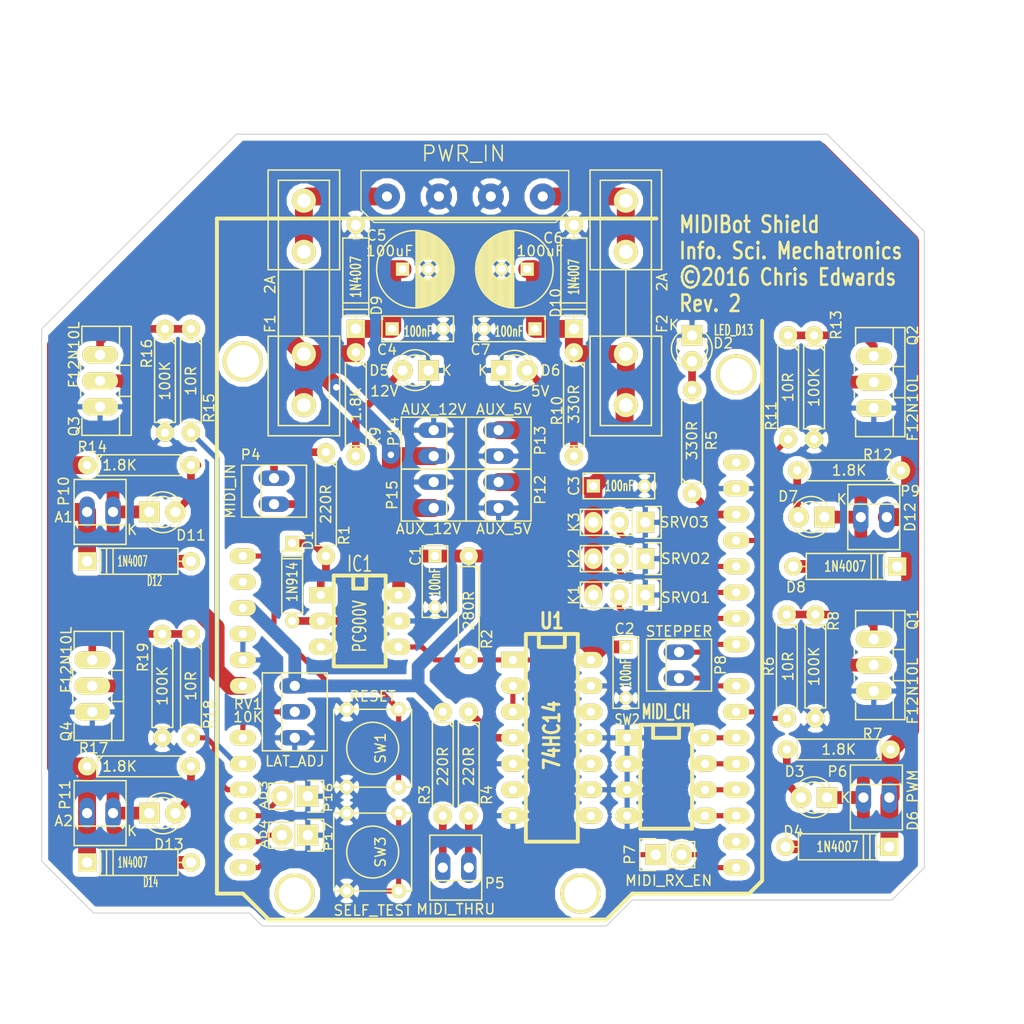
<source format=kicad_pcb>
(kicad_pcb (version 4) (host pcbnew 4.0.2-stable)
  (layers (0 F.Cu signal) (31 B.Cu signal hide) (34 B.Paste user) (35 F.Paste user) (36 B.SilkS user) (37 F.SilkS user) (38 B.Mask user) (39 F.Mask user) (44 Edge.Cuts user))
  (net 0 "")
  (net 1 /MIDI_CH_1x)
  (net 2 /MIDI_CH_2x)
  (net 3 /MIDI_CH_4x)
  (net 4 /MIDI_CH_8x)
  (net 5 /MIDI_IN_TTL)
  (net 6 /RESET)
  (net 7 GND)
  (net 8 +5V)
  (net 9 "Net-(Q1-Pad1)")
  (net 10 "Net-(D3-Pad2)")
  (net 11 "Net-(P1-Pad4)")
  (net 12 "Net-(P2-Pad4)")
  (net 13 "Net-(R4-Pad1)")
  (net 14 "Net-(P2-Pad5)")
  (net 15 /SELF_TEST)
  (net 16 /LATENCY_ADJ)
  (net 17 /STEPPER_DIR)
  (net 18 /STEPPER_STEP)
  (net 19 /SERVO_1)
  (net 20 /SERVO_2)
  (net 21 /SERVO_3)
  (net 22 "Net-(U1-Pad2)")
  (net 23 VCC)
  (net 24 "Net-(D3-Pad1)")
  (net 25 +12V)
  (net 26 /LED_BUILTIN)
  (net 27 "Net-(P7-Pad2)")
  (net 28 "Net-(D7-Pad1)")
  (net 29 "Net-(D7-Pad2)")
  (net 30 "Net-(Q2-Pad1)")
  (net 31 "Net-(F1-Pad2)")
  (net 32 "Net-(F2-Pad1)")
  (net 33 "Net-(D1-Pad1)")
  (net 34 "Net-(D1-Pad2)")
  (net 35 "Net-(D2-Pad2)")
  (net 36 "Net-(D5-Pad2)")
  (net 37 "Net-(D6-Pad2)")
  (net 38 "Net-(D11-Pad1)")
  (net 39 "Net-(D11-Pad2)")
  (net 40 "Net-(D13-Pad1)")
  (net 41 "Net-(D13-Pad2)")
  (net 42 "Net-(Q3-Pad1)")
  (net 43 "Net-(Q4-Pad1)")
  (net 44 /MOSFET_1_PWM)
  (net 45 /MOSFET_2)
  (net 46 /MOSFET_3)
  (net 47 /MOSFET_4)
  (net 48 /AD3)
  (net 49 /AD4)
  (module arduino_shields:ARDUINO_SHIELD (layer F.Cu) (at 71.12 81.28 270)
    (fp_text reference SHIELD1 hide)
    (fp_text value ARDUINO_SHIELD hide)
    (pad AD5 thru_hole oval (at 63.5 -2.54) (size 2.54 1.524) (drill 0.8128) (layers *.Cu *.Mask F.SilkS) (net 15 /SELF_TEST))
    (pad AD4 thru_hole oval (at 60.96 -2.54) (size 2.54 1.524) (drill 0.8128) (layers *.Cu *.Mask F.SilkS) (net 49 /AD4))
    (pad AD3 thru_hole oval (at 58.42 -2.54) (size 2.54 1.524) (drill 0.8128) (layers *.Cu *.Mask F.SilkS) (net 48 /AD3))
    (pad AD0 thru_hole oval (at 50.8 -2.54) (size 2.54 1.524) (drill 0.8128) (layers *.Cu *.Mask F.SilkS) (net 16 /LATENCY_ADJ))
    (pad AD1 thru_hole oval (at 53.34 -2.54) (size 2.54 1.524) (drill 0.8128) (layers *.Cu *.Mask F.SilkS) (net 46 /MOSFET_3))
    (pad AD2 thru_hole oval (at 55.88 -2.54) (size 2.54 1.524) (drill 0.8128) (layers *.Cu *.Mask F.SilkS) (net 47 /MOSFET_4))
    (pad V_IN thru_hole oval (at 45.72 -2.54) (size 2.54 1.524) (drill 0.8128) (layers *.Cu *.Mask F.SilkS) (net 25 +12V))
    (pad GND2 thru_hole oval (at 43.18 -2.54) (size 2.54 1.524) (drill 0.8128) (layers *.Cu *.Mask F.SilkS) (net 7 GND))
    (pad GND1 thru_hole oval (at 40.64 -2.54) (size 2.54 1.524) (drill 0.8128) (layers *.Cu *.Mask F.SilkS) (net 7 GND))
    (pad 3V3 thru_hole oval (at 35.56 -2.54) (size 2.54 1.524) (drill 0.8128) (layers *.Cu *.Mask F.SilkS))
    (pad RST thru_hole oval (at 33.02 -2.54) (size 2.54 1.524) (drill 0.8128) (layers *.Cu *.Mask F.SilkS) (net 6 /RESET))
    (pad 0 thru_hole oval (at 63.5 -50.8) (size 2.54 1.524) (drill 0.8128) (layers *.Cu *.Mask F.SilkS) (net 27 "Net-(P7-Pad2)"))
    (pad 1 thru_hole oval (at 60.96 -50.8) (size 2.54 1.524) (drill 0.8128) (layers *.Cu *.Mask F.SilkS))
    (pad 2 thru_hole oval (at 58.42 -50.8) (size 2.54 1.524) (drill 0.8128) (layers *.Cu *.Mask F.SilkS) (net 1 /MIDI_CH_1x))
    (pad 3 thru_hole oval (at 55.88 -50.8) (size 2.54 1.524) (drill 0.8128) (layers *.Cu *.Mask F.SilkS) (net 2 /MIDI_CH_2x))
    (pad 4 thru_hole oval (at 53.34 -50.8) (size 2.54 1.524) (drill 0.8128) (layers *.Cu *.Mask F.SilkS) (net 3 /MIDI_CH_4x))
    (pad 5 thru_hole oval (at 50.8 -50.8) (size 2.54 1.524) (drill 0.8128) (layers *.Cu *.Mask F.SilkS) (net 4 /MIDI_CH_8x))
    (pad 6 thru_hole oval (at 48.26 -50.8) (size 2.54 1.524) (drill 0.8128) (layers *.Cu *.Mask F.SilkS) (net 44 /MOSFET_1_PWM))
    (pad 7 thru_hole oval (at 45.72 -50.8) (size 2.54 1.524) (drill 0.8128) (layers *.Cu *.Mask F.SilkS) (net 17 /STEPPER_DIR))
    (pad 8 thru_hole oval (at 41.656 -50.8) (size 2.54 1.524) (drill 0.8128) (layers *.Cu *.Mask F.SilkS) (net 18 /STEPPER_STEP))
    (pad 9 thru_hole oval (at 39.116 -50.8) (size 2.54 1.524) (drill 0.8128) (layers *.Cu *.Mask F.SilkS) (net 19 /SERVO_1))
    (pad 10 thru_hole oval (at 36.576 -50.8) (size 2.54 1.524) (drill 0.8128) (layers *.Cu *.Mask F.SilkS) (net 20 /SERVO_2))
    (pad 11 thru_hole oval (at 34.036 -50.8) (size 2.54 1.524) (drill 0.8128) (layers *.Cu *.Mask F.SilkS) (net 21 /SERVO_3))
    (pad 12 thru_hole oval (at 31.496 -50.8) (size 2.54 1.524) (drill 0.8128) (layers *.Cu *.Mask F.SilkS) (net 45 /MOSFET_2))
    (pad 13 thru_hole oval (at 28.956 -50.8) (size 2.54 1.524) (drill 0.8128) (layers *.Cu *.Mask F.SilkS) (net 26 /LED_BUILTIN))
    (pad GND3 thru_hole oval (at 26.416 -50.8) (size 2.54 1.524) (drill 0.8128) (layers *.Cu *.Mask F.SilkS) (net 7 GND))
    (pad AREF thru_hole oval (at 23.876 -50.8) (size 2.54 1.524) (drill 0.8128) (layers *.Cu *.Mask F.SilkS))
    (pad 5V thru_hole oval (at 38.1 -2.54) (size 2.54 1.524) (drill 0.8128) (layers *.Cu *.Mask F.SilkS) (net 23 VCC))
    (pad "" thru_hole circle (at 66.04 -7.62) (size 3.937 3.937) (drill 3.175) (layers *.Cu *.Mask F.SilkS))
    (pad "" thru_hole circle (at 66.04 -35.56) (size 3.937 3.937) (drill 3.175) (layers *.Cu *.Mask F.SilkS))
    (pad "" thru_hole circle (at 15.24 -50.8) (size 3.937 3.937) (drill 3.175) (layers *.Cu *.Mask F.SilkS))
    (pad "" thru_hole circle (at 13.97 -2.54) (size 3.937 3.937) (drill 3.175) (layers *.Cu *.Mask F.SilkS))
  )
  (module Connect:PINHEAD1-3 (layer F.Cu) (at 78.74 129.54 90)
    (fp_text reference RV1 (at 0.762 -4.572 180) (layer F.SilkS))
    (fp_text value 10K (at -0.508 -4.572 180) (layer F.SilkS))
    (fp_text user LAT_ADJ (at -4.826 0 180) (layer F.SilkS))
    (pad 1 thru_hole oval (at -2.54 0 90) (size 1.50622 3.01498) (drill 0.99822) (layers *.Cu *.Mask) (net 7 GND))
    (pad 2 thru_hole oval (at 0 0 90) (size 1.50622 3.01498) (drill 0.99822) (layers *.Cu *.Mask) (net 16 /LATENCY_ADJ))
    (pad 3 thru_hole oval (at 2.54 0 90) (size 1.50622 3.01498) (drill 0.99822) (layers *.Cu *.Mask) (net 23 VCC))
  )
  (module xess:xess-MOLEX-8981-04P (layer F.Cu) (at 95.377 79.121)
    (fp_text reference P3 hide)
    (fp_text value PWR_IN (at -0.127 -4.191 180) (layer F.SilkS))
    (pad 1 thru_hole circle (at -7.62 0) (size 2.54 5.08) (drill 0.9906) (layers *.Cu *.Mask) (net 31 "Net-(F1-Pad2)"))
    (pad 2 thru_hole circle (at -2.54 0) (size 2.54 5.08) (drill 0.9906) (layers *.Cu *.Mask) (net 7 GND))
    (pad 3 thru_hole circle (at 2.54 0) (size 2.54 5.08) (drill 0.9906) (layers *.Cu *.Mask) (net 7 GND))
    (pad 4 thru_hole circle (at 7.62 0) (size 2.54 5.08) (drill 0.9906) (layers *.Cu *.Mask) (net 32 "Net-(F2-Pad1)"))
  )
  (module Capacitors_ThroughHole:C_Rect_L7_W2.5_P5 (layer F.Cu) (at 92.456 114.3 270)
    (fp_text reference C1 (at 0 1.905 270) (layer F.SilkS))
    (fp_text value 100nF (at 2.54 0 270) (layer F.SilkS) (effects (font (size 1 0.6))))
    (pad 1 thru_hole rect (at 0 0 270) (size 1.3 1.3) (drill 0.8) (layers *.Cu *.Mask F.SilkS) (net 23 VCC))
    (pad 2 thru_hole circle (at 5 0 270) (size 1.3 1.3) (drill 0.8) (layers *.Cu *.Mask F.SilkS) (net 7 GND))
  )
  (module Capacitors_ThroughHole:C_Rect_L7_W2.5_P5 (layer F.Cu) (at 111.125 123.19 270)
    (fp_text reference C2 (at -1.778 0.127 360) (layer F.SilkS))
    (fp_text value 100nF (at 2.54 0 270) (layer F.SilkS) (effects (font (size 1 0.6))))
    (pad 1 thru_hole rect (at 0 0 270) (size 1.3 1.3) (drill 0.8) (layers *.Cu *.Mask F.SilkS) (net 23 VCC))
    (pad 2 thru_hole circle (at 5 0 270) (size 1.3 1.3) (drill 0.8) (layers *.Cu *.Mask F.SilkS) (net 7 GND))
  )
  (module Capacitors_ThroughHole:C_Rect_L7_W2.5_P5 (layer F.Cu) (at 107.95 107.442)
    (fp_text reference C3 (at -1.905 0 90) (layer F.SilkS))
    (fp_text value 100nF (at 2.54 0) (layer F.SilkS) (effects (font (size 1 0.6))))
    (pad 1 thru_hole rect (at 0 0) (size 1.3 1.3) (drill 0.8) (layers *.Cu *.Mask F.SilkS) (net 8 +5V))
    (pad 2 thru_hole circle (at 5 0) (size 1.3 1.3) (drill 0.8) (layers *.Cu *.Mask F.SilkS) (net 7 GND))
  )
  (module Capacitors_ThroughHole:C_Rect_L7_W2.5_P5 (layer F.Cu) (at 88.265 92.075)
    (fp_text reference C4 (at -0.508 2.032) (layer F.SilkS))
    (fp_text value 100nF (at 2.54 0.254) (layer F.SilkS) (effects (font (size 1 0.6))))
    (pad 1 thru_hole rect (at 0 0) (size 1.3 1.3) (drill 0.8) (layers *.Cu *.Mask F.SilkS) (net 25 +12V))
    (pad 2 thru_hole circle (at 5 0) (size 1.3 1.3) (drill 0.8) (layers *.Cu *.Mask F.SilkS) (net 7 GND))
  )
  (module Capacitors_ThroughHole:C_Radial_D7.5_L11.2_P2.5 (layer F.Cu) (at 89.281 86.233)
    (fp_text reference C5 (at -2.54 -3.302) (layer F.SilkS))
    (fp_text value 100uF (at -1.27 -1.778) (layer F.SilkS))
    (pad 2 thru_hole circle (at 2.5 0) (size 1.3 1.3) (drill 0.8) (layers *.Cu *.Mask F.SilkS) (net 7 GND))
    (pad 1 thru_hole rect (at 0 0) (size 1.3 1.3) (drill 0.8) (layers *.Cu *.Mask F.SilkS) (net 25 +12V))
  )
  (module Capacitors_ThroughHole:C_Radial_D7.5_L11.2_P2.5 (layer F.Cu) (at 101.473 86.233 180)
    (fp_text reference C6 (at -2.54 3.048 180) (layer F.SilkS))
    (fp_text value 100uF (at -1.27 1.778 180) (layer F.SilkS))
    (pad 2 thru_hole circle (at 2.5 0 180) (size 1.3 1.3) (drill 0.8) (layers *.Cu *.Mask F.SilkS) (net 7 GND))
    (pad 1 thru_hole rect (at 0 0 180) (size 1.3 1.3) (drill 0.8) (layers *.Cu *.Mask F.SilkS) (net 8 +5V))
  )
  (module Capacitors_ThroughHole:C_Rect_L7_W2.5_P5 (layer F.Cu) (at 102.235 92.075 180)
    (fp_text reference C7 (at 5.334 -2.032 180) (layer F.SilkS))
    (fp_text value 100nF (at 2.54 -0.254 180) (layer F.SilkS) (effects (font (size 1 0.6))))
    (pad 1 thru_hole rect (at 0 0 180) (size 1.3 1.3) (drill 0.8) (layers *.Cu *.Mask F.SilkS) (net 8 +5V))
    (pad 2 thru_hole circle (at 5 0 180) (size 1.3 1.3) (drill 0.8) (layers *.Cu *.Mask F.SilkS) (net 7 GND))
  )
  (module LEDs:LED-3MM (layer F.Cu) (at 117.602 92.71 270)
    (fp_text reference D2 (at 0.762 -3.048 360) (layer F.SilkS))
    (fp_text value LED_D13 (at -0.508 -4.064 360) (layer F.SilkS) (effects (font (size 1 0.6))))
    (fp_text user K (at -1.016 1.778 360) (layer F.SilkS))
    (pad 1 thru_hole rect (at 0 0) (size 2 2) (drill 1.00076) (layers *.Cu *.Mask F.SilkS) (net 7 GND))
    (pad 2 thru_hole circle (at 2.54 0 270) (size 2 2) (drill 1.00076) (layers *.Cu *.Mask F.SilkS) (net 35 "Net-(D2-Pad2)"))
  )
  (module LEDs:LED-3MM (layer F.Cu) (at 130.81 137.922 180)
    (fp_text reference D3 (at 3.175 2.54 180) (layer F.SilkS))
    (fp_text value LED)
    (fp_text user K (at -1.778 0 180) (layer F.SilkS))
    (pad 1 thru_hole rect (at 0 0 270) (size 2 2) (drill 1.00076) (layers *.Cu *.Mask F.SilkS) (net 24 "Net-(D3-Pad1)"))
    (pad 2 thru_hole circle (at 2.54 0 180) (size 2 2) (drill 1.00076) (layers *.Cu *.Mask F.SilkS) (net 10 "Net-(D3-Pad2)"))
  )
  (module LEDs:LED-3MM (layer F.Cu) (at 91.821 96.139 180)
    (fp_text reference D5 (at 4.826 0 180) (layer F.SilkS))
    (fp_text value 12V (at 4.318 -2.032 180) (layer F.SilkS))
    (fp_text user K (at -1.778 0 180) (layer F.SilkS))
    (pad 1 thru_hole rect (at 0 0 270) (size 2 2) (drill 1.00076) (layers *.Cu *.Mask F.SilkS) (net 7 GND))
    (pad 2 thru_hole circle (at 2.54 0 180) (size 2 2) (drill 1.00076) (layers *.Cu *.Mask F.SilkS) (net 36 "Net-(D5-Pad2)"))
  )
  (module LEDs:LED-3MM (layer F.Cu) (at 98.933 96.139)
    (fp_text reference D6 (at 4.826 0) (layer F.SilkS))
    (fp_text value 5V (at 3.81 2.032) (layer F.SilkS))
    (fp_text user K (at -1.778 0) (layer F.SilkS))
    (pad 1 thru_hole rect (at 0 0 90) (size 2 2) (drill 1.00076) (layers *.Cu *.Mask F.SilkS) (net 7 GND))
    (pad 2 thru_hole circle (at 2.54 0) (size 2 2) (drill 1.00076) (layers *.Cu *.Mask F.SilkS) (net 37 "Net-(D6-Pad2)"))
  )
  (module LEDs:LED-3MM (layer F.Cu) (at 130.556 110.49 180)
    (fp_text reference D7 (at 3.556 2.032 360) (layer F.SilkS))
    (fp_text value LED)
    (fp_text user K (at -1.69 1.74 180) (layer F.SilkS))
    (pad 1 thru_hole rect (at 0 0 270) (size 2 2) (drill 1.00076) (layers *.Cu *.Mask F.SilkS) (net 28 "Net-(D7-Pad1)"))
    (pad 2 thru_hole circle (at 2.54 0 180) (size 2 2) (drill 1.00076) (layers *.Cu *.Mask F.SilkS) (net 29 "Net-(D7-Pad2)"))
  )
  (module Fuse_Holders_and_Fuses:Fuseholder5x20_horiz_open_inline_Type-I (layer F.Cu) (at 79.629 89.535 90)
    (fp_text reference F1 (at -2.032 -3.302 90) (layer F.SilkS))
    (fp_text value 2A (at 1.778 -3.302 90) (layer F.SilkS))
    (pad 2 thru_hole circle (at 5.00126 0 90) (size 2.3495 2.3495) (drill 1.34874) (layers *.Cu *.Mask F.SilkS) (net 31 "Net-(F1-Pad2)"))
    (pad 2 thru_hole circle (at 9.99998 0 90) (size 2.3495 2.3495) (drill 1.34874) (layers *.Cu *.Mask F.SilkS) (net 31 "Net-(F1-Pad2)"))
    (pad 1 thru_hole circle (at -5.00126 0 90) (size 2.3495 2.3495) (drill 1.34874) (layers *.Cu *.Mask F.SilkS) (net 25 +12V))
    (pad 1 thru_hole circle (at -9.99998 0 90) (size 2.3495 2.3495) (drill 1.34874) (layers *.Cu *.Mask F.SilkS) (net 25 +12V))
  )
  (module Fuse_Holders_and_Fuses:Fuseholder5x20_horiz_open_inline_Type-I (layer F.Cu) (at 111.125 89.535 270)
    (fp_text reference F2 (at 2.032 -3.556 270) (layer F.SilkS))
    (fp_text value 2A (at -2.032 -3.556 270) (layer F.SilkS))
    (pad 2 thru_hole circle (at 5.00126 0 270) (size 2.3495 2.3495) (drill 1.34874) (layers *.Cu *.Mask F.SilkS) (net 8 +5V))
    (pad 2 thru_hole circle (at 9.99998 0 270) (size 2.3495 2.3495) (drill 1.34874) (layers *.Cu *.Mask F.SilkS) (net 8 +5V))
    (pad 1 thru_hole circle (at -5.00126 0 270) (size 2.3495 2.3495) (drill 1.34874) (layers *.Cu *.Mask F.SilkS) (net 32 "Net-(F2-Pad1)"))
    (pad 1 thru_hole circle (at -9.99998 0 270) (size 2.3495 2.3495) (drill 1.34874) (layers *.Cu *.Mask F.SilkS) (net 32 "Net-(F2-Pad1)"))
  )
  (module Pin_Headers:Pin_Header_Straight_1x03 (layer F.Cu) (at 113.03 118.11 270)
    (fp_text reference K1 (at 0 6.985 270) (layer F.SilkS))
    (fp_text value SRVO1 (at 0.254 -3.937 360) (layer F.SilkS))
    (pad 1 thru_hole rect (at 0 0 270) (size 2.032 1.7272) (drill 1.016) (layers *.Cu *.Mask F.SilkS) (net 7 GND))
    (pad 2 thru_hole oval (at 0 2.54 270) (size 2.032 1.7272) (drill 1.016) (layers *.Cu *.Mask F.SilkS) (net 19 /SERVO_1))
    (pad 3 thru_hole oval (at 0 5.08 270) (size 2.032 1.7272) (drill 1.016) (layers *.Cu *.Mask F.SilkS) (net 8 +5V))
  )
  (module Pin_Headers:Pin_Header_Straight_1x03 (layer F.Cu) (at 113.03 114.554 270)
    (fp_text reference K2 (at 0 6.985 270) (layer F.SilkS))
    (fp_text value SRVO2 (at 0 -3.937 360) (layer F.SilkS))
    (pad 1 thru_hole rect (at 0 0 270) (size 2.032 1.7272) (drill 1.016) (layers *.Cu *.Mask F.SilkS) (net 7 GND))
    (pad 2 thru_hole oval (at 0 2.54 270) (size 2.032 1.7272) (drill 1.016) (layers *.Cu *.Mask F.SilkS) (net 20 /SERVO_2))
    (pad 3 thru_hole oval (at 0 5.08 270) (size 2.032 1.7272) (drill 1.016) (layers *.Cu *.Mask F.SilkS) (net 8 +5V))
  )
  (module Pin_Headers:Pin_Header_Straight_1x03 (layer F.Cu) (at 113.03 110.998 270)
    (fp_text reference K3 (at 0 6.985 270) (layer F.SilkS))
    (fp_text value SRVO3 (at 0 -3.81 360) (layer F.SilkS))
    (pad 1 thru_hole rect (at 0 0 270) (size 2.032 1.7272) (drill 1.016) (layers *.Cu *.Mask F.SilkS) (net 7 GND))
    (pad 2 thru_hole oval (at 0 2.54 270) (size 2.032 1.7272) (drill 1.016) (layers *.Cu *.Mask F.SilkS) (net 21 /SERVO_3))
    (pad 3 thru_hole oval (at 0 5.08 270) (size 2.032 1.7272) (drill 1.016) (layers *.Cu *.Mask F.SilkS) (net 8 +5V))
  )
  (module Connect:PINHEAD1-2 (layer F.Cu) (at 76.708 107.95 90)
    (fp_text reference P4 (at 3.556 -2.286 180) (layer F.SilkS))
    (fp_text value MIDI_IN (at 0 -4.318 90) (layer F.SilkS))
    (pad 1 thru_hole oval (at -1.27 0 90) (size 1.50622 3.01498) (drill 0.99822) (layers *.Cu *.Mask) (net 34 "Net-(D1-Pad2)"))
    (pad 2 thru_hole oval (at 1.27 0 90) (size 1.50622 3.01498) (drill 0.99822) (layers *.Cu *.Mask) (net 11 "Net-(P1-Pad4)"))
  )
  (module Connect:PINHEAD1-2 (layer F.Cu) (at 94.488 144.78 180)
    (fp_text reference P5 (at -3.81 -1.524 180) (layer F.SilkS))
    (fp_text value MIDI_THRU (at 0 -4.064 180) (layer F.SilkS))
    (pad 1 thru_hole oval (at -1.27 0 180) (size 1.50622 3.01498) (drill 0.99822) (layers *.Cu *.Mask) (net 14 "Net-(P2-Pad5)"))
    (pad 2 thru_hole oval (at 1.27 0 180) (size 1.50622 3.01498) (drill 0.99822) (layers *.Cu *.Mask) (net 12 "Net-(P2-Pad4)"))
  )
  (module Connect:PINHEAD1-2 (layer F.Cu) (at 135.636 137.922)
    (fp_text reference P6 (at -3.81 -2.54) (layer F.SilkS))
    (fp_text value D6_PWM (at 3.556 0.254 270) (layer F.SilkS))
    (pad 1 thru_hole oval (at -1.27 0) (size 1.50622 3.01498) (drill 0.99822) (layers *.Cu *.Mask) (net 24 "Net-(D3-Pad1)"))
    (pad 2 thru_hole oval (at 1.27 0) (size 1.50622 3.01498) (drill 0.99822) (layers *.Cu *.Mask) (net 25 +12V))
  )
  (module Pin_Headers:Pin_Header_Straight_1x02 (layer F.Cu) (at 114.046 143.51 90)
    (fp_text reference P7 (at 0 -2.54 90) (layer F.SilkS))
    (fp_text value MIDI_RX_EN (at -2.54 1.27 180) (layer F.SilkS))
    (pad 1 thru_hole rect (at 0 0 90) (size 2.032 2.032) (drill 1.016) (layers *.Cu *.Mask F.SilkS) (net 5 /MIDI_IN_TTL))
    (pad 2 thru_hole oval (at 0 2.54 90) (size 2.032 2.032) (drill 1.016) (layers *.Cu *.Mask F.SilkS) (net 27 "Net-(P7-Pad2)"))
  )
  (module Connect:PINHEAD1-2 (layer F.Cu) (at 116.332 124.968 90)
    (fp_text reference P8 (at 0 4.064 270) (layer F.SilkS))
    (fp_text value STEPPER (at 3.302 0 180) (layer F.SilkS))
    (pad 1 thru_hole oval (at -1.27 0 90) (size 1.50622 3.01498) (drill 0.99822) (layers *.Cu *.Mask) (net 17 /STEPPER_DIR))
    (pad 2 thru_hole oval (at 1.27 0 90) (size 1.50622 3.01498) (drill 0.99822) (layers *.Cu *.Mask) (net 18 /STEPPER_STEP))
  )
  (module Connect:PINHEAD1-2 (layer F.Cu) (at 135.382 110.49)
    (fp_text reference P9 (at 3.556 -2.54) (layer F.SilkS))
    (fp_text value D12 (at 3.556 0 270) (layer F.SilkS))
    (pad 1 thru_hole oval (at -1.27 0) (size 1.50622 3.01498) (drill 0.99822) (layers *.Cu *.Mask) (net 28 "Net-(D7-Pad1)"))
    (pad 2 thru_hole oval (at 1.27 0) (size 1.50622 3.01498) (drill 0.99822) (layers *.Cu *.Mask) (net 25 +12V))
  )
  (module TO_SOT_Packages_THT:TO-220_Neutral123_Vertical_LargePads (layer F.Cu) (at 135.382 124.968 270)
    (fp_text reference Q1 (at -4.445 -3.81 270) (layer F.SilkS))
    (fp_text value F12N10L (at 2.54 -3.81 270) (layer F.SilkS))
    (pad 2 thru_hole oval (at 0 0) (size 3.50012 1.69926) (drill 1.00076) (layers *.Cu *.Mask F.SilkS) (net 24 "Net-(D3-Pad1)"))
    (pad 1 thru_hole oval (at -2.54 0) (size 3.50012 1.69926) (drill 1.00076) (layers *.Cu *.Mask F.SilkS) (net 9 "Net-(Q1-Pad1)"))
    (pad 3 thru_hole oval (at 2.54 0) (size 3.50012 1.69926) (drill 1.00076) (layers *.Cu *.Mask F.SilkS) (net 7 GND))
  )
  (module TO_SOT_Packages_THT:TO-220_Neutral123_Vertical_LargePads (layer F.Cu) (at 135.382 97.282 270)
    (fp_text reference Q2 (at -4.572 -3.81 270) (layer F.SilkS))
    (fp_text value F12N10L (at 2.54 -3.81 270) (layer F.SilkS))
    (pad 2 thru_hole oval (at 0 0) (size 3.50012 1.69926) (drill 1.00076) (layers *.Cu *.Mask F.SilkS) (net 28 "Net-(D7-Pad1)"))
    (pad 1 thru_hole oval (at -2.54 0) (size 3.50012 1.69926) (drill 1.00076) (layers *.Cu *.Mask F.SilkS) (net 30 "Net-(Q2-Pad1)"))
    (pad 3 thru_hole oval (at 2.54 0) (size 3.50012 1.69926) (drill 1.00076) (layers *.Cu *.Mask F.SilkS) (net 7 GND))
  )
  (module Buttons_Switches_ThroughHole:SW_PUSH_SMALL (layer F.Cu) (at 86.36 133.096 270)
    (fp_text reference SW1 (at 0 -0.762 270) (layer F.SilkS))
    (fp_text value RESET (at -5.08 0 360) (layer F.SilkS))
    (pad 1 thru_hole circle (at 3.81 -2.54 270) (size 1.397 1.397) (drill 0.8128) (layers *.Cu *.Mask F.SilkS) (net 6 /RESET))
    (pad 2 thru_hole circle (at 3.81 2.54 270) (size 1.397 1.397) (drill 0.8128) (layers *.Cu *.Mask F.SilkS) (net 7 GND))
    (pad 1 thru_hole circle (at -3.81 -2.54 270) (size 1.397 1.397) (drill 0.8128) (layers *.Cu *.Mask F.SilkS) (net 6 /RESET))
    (pad 2 thru_hole circle (at -3.81 2.54 270) (size 1.397 1.397) (drill 0.8128) (layers *.Cu *.Mask F.SilkS) (net 7 GND))
  )
  (module Buttons_Switches_ThroughHole:SW_PUSH_SMALL (layer F.Cu) (at 86.36 143.256 270)
    (fp_text reference SW3 (at 0 -0.762 270) (layer F.SilkS))
    (fp_text value SELF_TEST (at 5.715 0 360) (layer F.SilkS))
    (pad 1 thru_hole circle (at 3.81 -2.54 270) (size 1.397 1.397) (drill 0.8128) (layers *.Cu *.Mask F.SilkS) (net 15 /SELF_TEST))
    (pad 2 thru_hole circle (at 3.81 2.54 270) (size 1.397 1.397) (drill 0.8128) (layers *.Cu *.Mask F.SilkS) (net 7 GND))
    (pad 1 thru_hole circle (at -3.81 -2.54 270) (size 1.397 1.397) (drill 0.8128) (layers *.Cu *.Mask F.SilkS) (net 15 /SELF_TEST))
    (pad 2 thru_hole circle (at -3.81 2.54 270) (size 1.397 1.397) (drill 0.8128) (layers *.Cu *.Mask F.SilkS) (net 7 GND))
  )
  (module Discret:D3 (layer F.Cu) (at 78.486 116.84 90)
    (fp_text reference D1 (at 4.064 1.524 90) (layer F.SilkS))
    (fp_text value 1N914 (at 0 0 90) (layer F.SilkS) (effects (font (size 1 0.8))))
    (pad 1 thru_hole rect (at 3.81 0 90) (size 1.397 1.397) (drill 0.8128) (layers *.Cu *.Mask F.SilkS) (net 33 "Net-(D1-Pad1)"))
    (pad 2 thru_hole circle (at -3.81 0 90) (size 1.397 1.397) (drill 0.8128) (layers *.Cu *.Mask F.SilkS) (net 34 "Net-(D1-Pad2)"))
  )
  (module Discret:D4 (layer F.Cu) (at 131.826 142.748)
    (fp_text reference D4 (at -4.318 -1.524) (layer F.SilkS))
    (fp_text value 1N4007 (at 0 0) (layer F.SilkS) (effects (font (size 1 0.7))))
    (pad 2 thru_hole circle (at -5.08 0) (size 1.778 1.778) (drill 1.016) (layers *.Cu *.Mask F.SilkS) (net 24 "Net-(D3-Pad1)"))
    (pad 1 thru_hole rect (at 5.08 0) (size 1.778 1.778) (drill 1.016) (layers *.Cu *.Mask F.SilkS) (net 25 +12V))
  )
  (module Discret:D4 (layer F.Cu) (at 132.588 115.316)
    (fp_text reference D8 (at -4.826 2.032) (layer F.SilkS))
    (fp_text value 1N4007 (at 0 0) (layer F.SilkS) (effects (font (size 1 0.7))))
    (pad 2 thru_hole circle (at -5.08 0) (size 1.778 1.778) (drill 1.016) (layers *.Cu *.Mask F.SilkS) (net 28 "Net-(D7-Pad1)"))
    (pad 1 thru_hole rect (at 5.08 0) (size 1.778 1.778) (drill 1.016) (layers *.Cu *.Mask F.SilkS) (net 25 +12V))
  )
  (module Discret:D4 (layer F.Cu) (at 84.709 86.995 270)
    (fp_text reference D9 (at 2.794 -2.032 450) (layer F.SilkS))
    (fp_text value 1N4007 (at 0 0 270) (layer F.SilkS) (effects (font (size 1 0.7))))
    (pad 2 thru_hole circle (at -5.08 0 270) (size 1.778 1.778) (drill 1.016) (layers *.Cu *.Mask F.SilkS) (net 7 GND))
    (pad 1 thru_hole rect (at 5.08 0 270) (size 1.778 1.778) (drill 1.016) (layers *.Cu *.Mask F.SilkS) (net 25 +12V))
  )
  (module Discret:D4 (layer F.Cu) (at 106.045 86.995 270)
    (fp_text reference D10 (at 2.54 1.778 270) (layer F.SilkS))
    (fp_text value 1N4007 (at 0 0 270) (layer F.SilkS) (effects (font (size 1 0.6))))
    (pad 2 thru_hole circle (at -5.08 0 270) (size 1.778 1.778) (drill 1.016) (layers *.Cu *.Mask F.SilkS) (net 7 GND))
    (pad 1 thru_hole rect (at 5.08 0 270) (size 1.778 1.778) (drill 1.016) (layers *.Cu *.Mask F.SilkS) (net 8 +5V))
  )
  (module LEDs:LED-3MM (layer F.Cu) (at 64.516 109.982)
    (fp_text reference D11 (at 4.064 2.286) (layer F.SilkS))
    (fp_text value LED)
    (fp_text user K (at -1.69 1.74) (layer F.SilkS))
    (pad 1 thru_hole rect (at 0 0 90) (size 2 2) (drill 1.00076) (layers *.Cu *.Mask F.SilkS) (net 38 "Net-(D11-Pad1)"))
    (pad 2 thru_hole circle (at 2.54 0) (size 2 2) (drill 1.00076) (layers *.Cu *.Mask F.SilkS) (net 39 "Net-(D11-Pad2)"))
  )
  (module Discret:D4 (layer F.Cu) (at 63.5 114.808 180)
    (fp_text reference D12 (at -1.524 -1.905 180) (layer F.SilkS) (effects (font (size 1 0.5) (thickness 0.125))))
    (fp_text value 1N4007 (at 0.635 0 180) (layer F.SilkS) (effects (font (size 1 0.5) (thickness 0.125))))
    (pad 2 thru_hole circle (at -5.08 0 180) (size 1.778 1.778) (drill 1.016) (layers *.Cu *.Mask F.SilkS) (net 38 "Net-(D11-Pad1)"))
    (pad 1 thru_hole rect (at 5.08 0 180) (size 1.778 1.778) (drill 1.016) (layers *.Cu *.Mask F.SilkS) (net 25 +12V))
  )
  (module LEDs:LED-3MM (layer F.Cu) (at 64.516 139.446)
    (fp_text reference D13 (at 1.91 3.06) (layer F.SilkS))
    (fp_text value LED)
    (fp_text user K (at -1.69 1.74) (layer F.SilkS))
    (pad 1 thru_hole rect (at 0 0 90) (size 2 2) (drill 1.00076) (layers *.Cu *.Mask F.SilkS) (net 40 "Net-(D13-Pad1)"))
    (pad 2 thru_hole circle (at 2.54 0) (size 2 2) (drill 1.00076) (layers *.Cu *.Mask F.SilkS) (net 41 "Net-(D13-Pad2)"))
  )
  (module Discret:D4 (layer F.Cu) (at 63.5 144.272 180)
    (fp_text reference D14 (at -1.143 -1.905 180) (layer F.SilkS) (effects (font (size 1 0.5) (thickness 0.125))))
    (fp_text value 1N4007 (at 0.635 0 180) (layer F.SilkS) (effects (font (size 1 0.5) (thickness 0.125))))
    (pad 2 thru_hole circle (at -5.08 0 180) (size 1.778 1.778) (drill 1.016) (layers *.Cu *.Mask F.SilkS) (net 40 "Net-(D13-Pad1)"))
    (pad 1 thru_hole rect (at 5.08 0 180) (size 1.778 1.778) (drill 1.016) (layers *.Cu *.Mask F.SilkS) (net 25 +12V))
  )
  (module Connect:PINHEAD1-2 (layer F.Cu) (at 59.69 109.982 180)
    (fp_text reference P10 (at 3.556 2.032 270) (layer F.SilkS))
    (fp_text value A1 (at 3.556 -0.508 180) (layer F.SilkS))
    (pad 1 thru_hole oval (at -1.27 0 180) (size 1.50622 3.01498) (drill 0.99822) (layers *.Cu *.Mask) (net 38 "Net-(D11-Pad1)"))
    (pad 2 thru_hole oval (at 1.27 0 180) (size 1.50622 3.01498) (drill 0.99822) (layers *.Cu *.Mask) (net 25 +12V))
  )
  (module Connect:PINHEAD1-2 (layer F.Cu) (at 59.69 139.446 180)
    (fp_text reference P11 (at 3.429 1.778 270) (layer F.SilkS))
    (fp_text value A2 (at 3.556 -0.762 180) (layer F.SilkS))
    (pad 1 thru_hole oval (at -1.27 0 180) (size 1.50622 3.01498) (drill 0.99822) (layers *.Cu *.Mask) (net 40 "Net-(D13-Pad1)"))
    (pad 2 thru_hole oval (at 1.27 0 180) (size 1.50622 3.01498) (drill 0.99822) (layers *.Cu *.Mask) (net 25 +12V))
  )
  (module Connect:PINHEAD1-2 (layer F.Cu) (at 92.329 108.331 270)
    (fp_text reference P12 (at -0.508 -10.414 270) (layer F.SilkS))
    (fp_text value AUX_12V (at 3.302 0.508 360) (layer F.SilkS))
    (pad 1 thru_hole oval (at -1.27 0 270) (size 1.50622 3.01498) (drill 0.99822) (layers *.Cu *.Mask) (net 7 GND))
    (pad 2 thru_hole oval (at 1.27 0 270) (size 1.50622 3.01498) (drill 0.99822) (layers *.Cu *.Mask) (net 25 +12V))
  )
  (module Connect:PINHEAD1-2 (layer F.Cu) (at 92.329 103.251 270)
    (fp_text reference P13 (at -0.254 -10.414 270) (layer F.SilkS))
    (fp_text value AUX_12V (at -3.302 0 360) (layer F.SilkS))
    (pad 1 thru_hole oval (at -1.27 0 270) (size 1.50622 3.01498) (drill 0.99822) (layers *.Cu *.Mask) (net 7 GND))
    (pad 2 thru_hole oval (at 1.27 0 270) (size 1.50622 3.01498) (drill 0.99822) (layers *.Cu *.Mask) (net 25 +12V))
  )
  (module Connect:PINHEAD1-2 (layer F.Cu) (at 98.679 103.251 90)
    (fp_text reference P14 (at 1.143 -10.287 90) (layer F.SilkS))
    (fp_text value AUX_5V (at 3.302 0.508 180) (layer F.SilkS))
    (pad 1 thru_hole oval (at -1.27 0 90) (size 1.50622 3.01498) (drill 0.99822) (layers *.Cu *.Mask) (net 7 GND))
    (pad 2 thru_hole oval (at 1.27 0 90) (size 1.50622 3.01498) (drill 0.99822) (layers *.Cu *.Mask) (net 8 +5V))
  )
  (module Connect:PINHEAD1-2 (layer F.Cu) (at 98.679 108.331 90)
    (fp_text reference P15 (at 0 -10.414 90) (layer F.SilkS))
    (fp_text value AUX_5V (at -3.302 0.508 180) (layer F.SilkS))
    (pad 1 thru_hole oval (at -1.27 0 90) (size 1.50622 3.01498) (drill 0.99822) (layers *.Cu *.Mask) (net 7 GND))
    (pad 2 thru_hole oval (at 1.27 0 90) (size 1.50622 3.01498) (drill 0.99822) (layers *.Cu *.Mask) (net 8 +5V))
  )
  (module TO_SOT_Packages_THT:TO-220_Neutral123_Vertical_LargePads (layer F.Cu) (at 59.69 97.155 270)
    (fp_text reference Q3 (at 4.445 2.54 270) (layer F.SilkS))
    (fp_text value F12N10L (at -2.54 2.54 270) (layer F.SilkS))
    (pad 2 thru_hole oval (at 0 0) (size 3.50012 1.69926) (drill 1.00076) (layers *.Cu *.Mask F.SilkS) (net 38 "Net-(D11-Pad1)"))
    (pad 1 thru_hole oval (at -2.54 0) (size 3.50012 1.69926) (drill 1.00076) (layers *.Cu *.Mask F.SilkS) (net 42 "Net-(Q3-Pad1)"))
    (pad 3 thru_hole oval (at 2.54 0) (size 3.50012 1.69926) (drill 1.00076) (layers *.Cu *.Mask F.SilkS) (net 7 GND))
  )
  (module TO_SOT_Packages_THT:TO-220_Neutral123_Vertical_LargePads (layer F.Cu) (at 58.928 127 270)
    (fp_text reference Q4 (at 4.445 2.54 270) (layer F.SilkS))
    (fp_text value F12N10L (at -2.54 2.54 270) (layer F.SilkS))
    (pad 2 thru_hole oval (at 0 0) (size 3.50012 1.69926) (drill 1.00076) (layers *.Cu *.Mask F.SilkS) (net 40 "Net-(D13-Pad1)"))
    (pad 1 thru_hole oval (at -2.54 0) (size 3.50012 1.69926) (drill 1.00076) (layers *.Cu *.Mask F.SilkS) (net 43 "Net-(Q4-Pad1)"))
    (pad 3 thru_hole oval (at 2.54 0) (size 3.50012 1.69926) (drill 1.00076) (layers *.Cu *.Mask F.SilkS) (net 7 GND))
  )
  (module Discret:R4-LARGE_PADS (layer F.Cu) (at 63.5 105.41)
    (fp_text reference R14 (at -4.572 -1.778) (layer F.SilkS))
    (fp_text value 1.8K (at -1.905 0) (layer F.SilkS))
    (pad 1 thru_hole circle (at -5.08 0) (size 1.778 1.778) (drill 0.8128) (layers *.Cu *.Mask F.SilkS) (net 25 +12V))
    (pad 2 thru_hole circle (at 5.08 0) (size 1.778 1.778) (drill 0.8128) (layers *.Cu *.Mask F.SilkS) (net 39 "Net-(D11-Pad2)"))
  )
  (module Discret:R4-LARGE_PADS (layer F.Cu) (at 68.58 97.155 270)
    (fp_text reference R15 (at 2.667 -1.778 450) (layer F.SilkS))
    (fp_text value 10R (at 0 0 270) (layer F.SilkS))
    (pad 1 thru_hole circle (at -5.08 0 270) (size 1.778 1.778) (drill 0.8128) (layers *.Cu *.Mask F.SilkS) (net 42 "Net-(Q3-Pad1)"))
    (pad 2 thru_hole circle (at 5.08 0 270) (size 1.778 1.778) (drill 0.8128) (layers *.Cu *.Mask F.SilkS) (net 46 /MOSFET_3))
  )
  (module Discret:R4-LARGE_PADS (layer F.Cu) (at 66.04 97.155 270)
    (fp_text reference R16 (at -2.667 1.778 450) (layer F.SilkS))
    (fp_text value 100K (at 0 0 270) (layer F.SilkS))
    (pad 1 thru_hole circle (at -5.08 0 270) (size 1.778 1.778) (drill 0.8128) (layers *.Cu *.Mask F.SilkS) (net 42 "Net-(Q3-Pad1)"))
    (pad 2 thru_hole circle (at 5.08 0 270) (size 1.778 1.778) (drill 0.8128) (layers *.Cu *.Mask F.SilkS) (net 7 GND))
  )
  (module Discret:R4-LARGE_PADS (layer F.Cu) (at 63.5 134.874)
    (fp_text reference R17 (at -4.445 -1.778) (layer F.SilkS))
    (fp_text value 1.8K (at -1.905 0) (layer F.SilkS))
    (pad 1 thru_hole circle (at -5.08 0) (size 1.778 1.778) (drill 0.8128) (layers *.Cu *.Mask F.SilkS) (net 25 +12V))
    (pad 2 thru_hole circle (at 5.08 0) (size 1.778 1.778) (drill 0.8128) (layers *.Cu *.Mask F.SilkS) (net 41 "Net-(D13-Pad2)"))
  )
  (module Discret:R4-LARGE_PADS (layer F.Cu) (at 68.58 127 270)
    (fp_text reference R18 (at 2.794 -1.778 450) (layer F.SilkS))
    (fp_text value 10R (at 0 0 270) (layer F.SilkS))
    (pad 1 thru_hole circle (at -5.08 0 270) (size 1.778 1.778) (drill 0.8128) (layers *.Cu *.Mask F.SilkS) (net 43 "Net-(Q4-Pad1)"))
    (pad 2 thru_hole circle (at 5.08 0 270) (size 1.778 1.778) (drill 0.8128) (layers *.Cu *.Mask F.SilkS) (net 47 /MOSFET_4))
  )
  (module Discret:R4-LARGE_PADS (layer F.Cu) (at 65.786 127 270)
    (fp_text reference R19 (at -2.794 1.905 450) (layer F.SilkS))
    (fp_text value 100K (at 0 0 270) (layer F.SilkS))
    (pad 1 thru_hole circle (at -5.08 0 270) (size 1.778 1.778) (drill 0.8128) (layers *.Cu *.Mask F.SilkS) (net 43 "Net-(Q4-Pad1)"))
    (pad 2 thru_hole circle (at 5.08 0 270) (size 1.778 1.778) (drill 0.8128) (layers *.Cu *.Mask F.SilkS) (net 7 GND))
  )
  (module Discret:R4-LARGE_PADS (layer F.Cu) (at 81.788 109.22 270)
    (fp_text reference R1 (at 3.048 -1.778 270) (layer F.SilkS))
    (fp_text value 220R (at 0 0 270) (layer F.SilkS))
    (pad 1 thru_hole circle (at -5.08 0 270) (size 1.778 1.778) (drill 0.8128) (layers *.Cu *.Mask F.SilkS) (net 11 "Net-(P1-Pad4)"))
    (pad 2 thru_hole circle (at 5.08 0 270) (size 1.778 1.778) (drill 0.8128) (layers *.Cu *.Mask F.SilkS) (net 33 "Net-(D1-Pad1)"))
  )
  (module Discret:R4-LARGE_PADS (layer F.Cu) (at 95.758 119.38 270)
    (fp_text reference R2 (at 3.048 -1.778 270) (layer F.SilkS))
    (fp_text value 280R (at 0.254 0 270) (layer F.SilkS))
    (pad 1 thru_hole circle (at -5.08 0 270) (size 1.778 1.778) (drill 0.8128) (layers *.Cu *.Mask F.SilkS) (net 23 VCC))
    (pad 2 thru_hole circle (at 5.08 0 270) (size 1.778 1.778) (drill 0.8128) (layers *.Cu *.Mask F.SilkS) (net 5 /MIDI_IN_TTL))
  )
  (module Discret:R4-LARGE_PADS (layer F.Cu) (at 93.218 134.62 270)
    (fp_text reference R3 (at 3.048 1.778 270) (layer F.SilkS))
    (fp_text value 220R (at 0.254 0 270) (layer F.SilkS))
    (pad 1 thru_hole circle (at -5.08 0 270) (size 1.778 1.778) (drill 0.8128) (layers *.Cu *.Mask F.SilkS) (net 23 VCC))
    (pad 2 thru_hole circle (at 5.08 0 270) (size 1.778 1.778) (drill 0.8128) (layers *.Cu *.Mask F.SilkS) (net 12 "Net-(P2-Pad4)"))
  )
  (module Discret:R4-LARGE_PADS (layer F.Cu) (at 95.758 134.62 270)
    (fp_text reference R4 (at 3.048 -1.778 270) (layer F.SilkS))
    (fp_text value 220R (at 0.254 0 270) (layer F.SilkS))
    (pad 1 thru_hole circle (at -5.08 0 270) (size 1.778 1.778) (drill 0.8128) (layers *.Cu *.Mask F.SilkS) (net 13 "Net-(R4-Pad1)"))
    (pad 2 thru_hole circle (at 5.08 0 270) (size 1.778 1.778) (drill 0.8128) (layers *.Cu *.Mask F.SilkS) (net 14 "Net-(P2-Pad5)"))
  )
  (module Discret:R4-LARGE_PADS (layer F.Cu) (at 117.602 103.124 90)
    (fp_text reference R5 (at 0.127 1.905 90) (layer F.SilkS))
    (fp_text value 330R (at 0.127 0 90) (layer F.SilkS))
    (pad 1 thru_hole circle (at -5.08 0 90) (size 1.778 1.778) (drill 0.8128) (layers *.Cu *.Mask F.SilkS) (net 26 /LED_BUILTIN))
    (pad 2 thru_hole circle (at 5.08 0 90) (size 1.778 1.778) (drill 0.8128) (layers *.Cu *.Mask F.SilkS) (net 35 "Net-(D2-Pad2)"))
  )
  (module Discret:R4-LARGE_PADS (layer F.Cu) (at 126.873 125.095 270)
    (fp_text reference R6 (at 0 1.778 450) (layer F.SilkS))
    (fp_text value 10R (at 0 -0.127 270) (layer F.SilkS))
    (pad 1 thru_hole circle (at -5.08 0 270) (size 1.778 1.778) (drill 0.8128) (layers *.Cu *.Mask F.SilkS) (net 9 "Net-(Q1-Pad1)"))
    (pad 2 thru_hole circle (at 5.08 0 270) (size 1.778 1.778) (drill 0.8128) (layers *.Cu *.Mask F.SilkS) (net 44 /MOSFET_1_PWM))
  )
  (module Discret:R4-LARGE_PADS (layer F.Cu) (at 131.953 133.223 180)
    (fp_text reference R7 (at -3.302 1.524 180) (layer F.SilkS))
    (fp_text value 1.8K (at 0 0 180) (layer F.SilkS))
    (pad 1 thru_hole circle (at -5.08 0 180) (size 1.778 1.778) (drill 0.8128) (layers *.Cu *.Mask F.SilkS) (net 25 +12V))
    (pad 2 thru_hole circle (at 5.08 0 180) (size 1.778 1.778) (drill 0.8128) (layers *.Cu *.Mask F.SilkS) (net 10 "Net-(D3-Pad2)"))
  )
  (module Discret:R4-LARGE_PADS (layer F.Cu) (at 129.667 125.095 270)
    (fp_text reference R8 (at -4.445 -1.778 450) (layer F.SilkS))
    (fp_text value 100K (at 0 0.127 270) (layer F.SilkS))
    (pad 1 thru_hole circle (at -5.08 0 270) (size 1.778 1.778) (drill 0.8128) (layers *.Cu *.Mask F.SilkS) (net 9 "Net-(Q1-Pad1)"))
    (pad 2 thru_hole circle (at 5.08 0 270) (size 1.778 1.778) (drill 0.8128) (layers *.Cu *.Mask F.SilkS) (net 7 GND))
  )
  (module Discret:R4-LARGE_PADS (layer F.Cu) (at 84.709 99.441 270)
    (fp_text reference R9 (at 3.175 -1.905 270) (layer F.SilkS))
    (fp_text value 1.8K (at 0 0 270) (layer F.SilkS))
    (pad 1 thru_hole circle (at -5.08 0 270) (size 1.778 1.778) (drill 0.8128) (layers *.Cu *.Mask F.SilkS) (net 25 +12V))
    (pad 2 thru_hole circle (at 5.08 0 270) (size 1.778 1.778) (drill 0.8128) (layers *.Cu *.Mask F.SilkS) (net 36 "Net-(D5-Pad2)"))
  )
  (module Discret:R4-LARGE_PADS (layer F.Cu) (at 106.045 99.441 270)
    (fp_text reference R10 (at 0.635 1.651 270) (layer F.SilkS))
    (fp_text value 330R (at 0 0 270) (layer F.SilkS))
    (pad 1 thru_hole circle (at -5.08 0 270) (size 1.778 1.778) (drill 0.8128) (layers *.Cu *.Mask F.SilkS) (net 8 +5V))
    (pad 2 thru_hole circle (at 5.08 0 270) (size 1.778 1.778) (drill 0.8128) (layers *.Cu *.Mask F.SilkS) (net 37 "Net-(D6-Pad2)"))
  )
  (module Discret:R4-LARGE_PADS (layer F.Cu) (at 127 97.79 270)
    (fp_text reference R11 (at 2.794 1.651 450) (layer F.SilkS))
    (fp_text value 10R (at 0 0 270) (layer F.SilkS))
    (pad 1 thru_hole circle (at -5.08 0 270) (size 1.778 1.778) (drill 0.8128) (layers *.Cu *.Mask F.SilkS) (net 30 "Net-(Q2-Pad1)"))
    (pad 2 thru_hole circle (at 5.08 0 270) (size 1.778 1.778) (drill 0.8128) (layers *.Cu *.Mask F.SilkS) (net 45 /MOSFET_2))
  )
  (module Discret:R4-LARGE_PADS (layer F.Cu) (at 132.969 105.918 180)
    (fp_text reference R12 (at -2.794 1.524 180) (layer F.SilkS))
    (fp_text value 1.8K (at 0 0 180) (layer F.SilkS))
    (pad 1 thru_hole circle (at -5.08 0 180) (size 1.778 1.778) (drill 0.8128) (layers *.Cu *.Mask F.SilkS) (net 25 +12V))
    (pad 2 thru_hole circle (at 5.08 0 180) (size 1.778 1.778) (drill 0.8128) (layers *.Cu *.Mask F.SilkS) (net 29 "Net-(D7-Pad2)"))
  )
  (module Discret:R4-LARGE_PADS (layer F.Cu) (at 129.54 97.79 270)
    (fp_text reference R13 (at -6.096 -2.159 450) (layer F.SilkS))
    (fp_text value 100K (at 0 0 270) (layer F.SilkS))
    (pad 1 thru_hole circle (at -5.08 0 270) (size 1.778 1.778) (drill 0.8128) (layers *.Cu *.Mask F.SilkS) (net 30 "Net-(Q2-Pad1)"))
    (pad 2 thru_hole circle (at 5.08 0 270) (size 1.778 1.778) (drill 0.8128) (layers *.Cu *.Mask F.SilkS) (net 7 GND))
  )
  (module infomechatronics:DIP-6__300_ELL (layer F.Cu) (at 85.09 120.65 270)
    (fp_text reference IC1 (at -5.588 0 360) (layer F.SilkS) (effects (font (size 1.524 1.016) (thickness 0.1524))))
    (fp_text value PC900V (at 0.508 0 270) (layer F.SilkS) (effects (font (size 1.27 0.889) (thickness 0.1524))))
    (pad 1 thru_hole rect (at -2.54 3.81 270) (size 1.5748 2.286) (drill 0.8128) (layers *.Cu *.Mask F.SilkS) (net 33 "Net-(D1-Pad1)"))
    (pad 2 thru_hole oval (at 0 3.81 270) (size 1.5748 2.286) (drill 0.8128) (layers *.Cu *.Mask F.SilkS) (net 34 "Net-(D1-Pad2)"))
    (pad 3 thru_hole oval (at 2.54 3.81 270) (size 1.5748 2.286) (drill 0.8128) (layers *.Cu *.Mask F.SilkS))
    (pad 4 thru_hole oval (at 2.54 -3.81 270) (size 1.5748 2.286) (drill 0.8128) (layers *.Cu *.Mask F.SilkS) (net 5 /MIDI_IN_TTL))
    (pad 5 thru_hole oval (at 0 -3.81 270) (size 1.5748 2.286) (drill 0.8128) (layers *.Cu *.Mask F.SilkS) (net 7 GND))
    (pad 6 thru_hole oval (at -2.54 -3.81 270) (size 1.5748 2.286) (drill 0.8128) (layers *.Cu *.Mask F.SilkS) (net 23 VCC))
  )
  (module infomechatronics:DIP-8__300_ELL (layer F.Cu) (at 115.062 135.89 270)
    (fp_text reference SW2 (at -5.588 3.81 360) (layer F.SilkS) (effects (font (size 1 0.8))))
    (fp_text value MIDI_CH (at -6.35 0 360) (layer F.SilkS) (effects (font (size 1.4 0.8) (thickness 0.2))))
    (pad 1 thru_hole rect (at -3.81 3.81 270) (size 1.5748 2.286) (drill 0.8128) (layers *.Cu *.Mask F.SilkS) (net 7 GND))
    (pad 2 thru_hole oval (at -1.27 3.81 270) (size 1.5748 2.286) (drill 0.8128) (layers *.Cu *.Mask F.SilkS) (net 7 GND))
    (pad 3 thru_hole oval (at 1.27 3.81 270) (size 1.5748 2.286) (drill 0.8128) (layers *.Cu *.Mask F.SilkS) (net 7 GND))
    (pad 4 thru_hole oval (at 3.81 3.81 270) (size 1.5748 2.286) (drill 0.8128) (layers *.Cu *.Mask F.SilkS) (net 7 GND))
    (pad 5 thru_hole oval (at 3.81 -3.81 270) (size 1.5748 2.286) (drill 0.8128) (layers *.Cu *.Mask F.SilkS) (net 1 /MIDI_CH_1x))
    (pad 6 thru_hole oval (at 1.27 -3.81 270) (size 1.5748 2.286) (drill 0.8128) (layers *.Cu *.Mask F.SilkS) (net 2 /MIDI_CH_2x))
    (pad 7 thru_hole oval (at -1.27 -3.81 270) (size 1.5748 2.286) (drill 0.8128) (layers *.Cu *.Mask F.SilkS) (net 3 /MIDI_CH_4x))
    (pad 8 thru_hole oval (at -3.81 -3.81 270) (size 1.5748 2.286) (drill 0.8128) (layers *.Cu *.Mask F.SilkS) (net 4 /MIDI_CH_8x))
  )
  (module infomechatronics:DIP-14__300_ELL (layer F.Cu) (at 103.886 132.08 270)
    (fp_text reference U1 (at -11.43 0 360) (layer F.SilkS) (effects (font (size 1.524 1.143) (thickness 0.3048))))
    (fp_text value 74HC14 (at -0.254 0 270) (layer F.SilkS) (effects (font (size 1.524 1.143) (thickness 0.3048))))
    (pad 1 thru_hole rect (at -7.62 3.81 270) (size 1.5748 2.286) (drill 0.8128) (layers *.Cu *.Mask F.SilkS) (net 5 /MIDI_IN_TTL))
    (pad 2 thru_hole oval (at -5.08 3.81 270) (size 1.5748 2.286) (drill 0.8128) (layers *.Cu *.Mask F.SilkS) (net 22 "Net-(U1-Pad2)"))
    (pad 3 thru_hole oval (at -2.54 3.81 270) (size 1.5748 2.286) (drill 0.8128) (layers *.Cu *.Mask F.SilkS) (net 22 "Net-(U1-Pad2)"))
    (pad 4 thru_hole oval (at 0 3.81 270) (size 1.5748 2.286) (drill 0.8128) (layers *.Cu *.Mask F.SilkS) (net 13 "Net-(R4-Pad1)"))
    (pad 5 thru_hole oval (at 2.54 3.81 270) (size 1.5748 2.286) (drill 0.8128) (layers *.Cu *.Mask F.SilkS) (net 7 GND))
    (pad 6 thru_hole oval (at 5.08 3.81 270) (size 1.5748 2.286) (drill 0.8128) (layers *.Cu *.Mask F.SilkS))
    (pad 7 thru_hole oval (at 7.62 3.81 270) (size 1.5748 2.286) (drill 0.8128) (layers *.Cu *.Mask F.SilkS) (net 7 GND))
    (pad 8 thru_hole oval (at 7.62 -3.81 270) (size 1.5748 2.286) (drill 0.8128) (layers *.Cu *.Mask F.SilkS))
    (pad 9 thru_hole oval (at 5.08 -3.81 270) (size 1.5748 2.286) (drill 0.8128) (layers *.Cu *.Mask F.SilkS) (net 7 GND))
    (pad 10 thru_hole oval (at 2.54 -3.81 270) (size 1.5748 2.286) (drill 0.8128) (layers *.Cu *.Mask F.SilkS))
    (pad 11 thru_hole oval (at 0 -3.81 270) (size 1.5748 2.286) (drill 0.8128) (layers *.Cu *.Mask F.SilkS) (net 7 GND))
    (pad 12 thru_hole oval (at -2.54 -3.81 270) (size 1.5748 2.286) (drill 0.8128) (layers *.Cu *.Mask F.SilkS))
    (pad 13 thru_hole oval (at -5.08 -3.81 270) (size 1.5748 2.286) (drill 0.8128) (layers *.Cu *.Mask F.SilkS) (net 7 GND))
    (pad 14 thru_hole oval (at -7.62 -3.81 270) (size 1.5748 2.286) (drill 0.8128) (layers *.Cu *.Mask F.SilkS) (net 23 VCC))
  )
  (module Pin_Headers:Pin_Header_Straight_1x02 (layer F.Cu) (at 80.01 137.795 270)
    (fp_text reference P16 (at 0.127 -2.032 270) (layer F.SilkS) (effects (font (size 0.7 1))))
    (fp_text value AD3 (at -0.127 4.318 270) (layer F.SilkS) (effects (font (size 0.7 1))))
    (pad 1 thru_hole rect (at 0 0 270) (size 2.032 2.032) (drill 1.016) (layers *.Cu *.Mask F.SilkS) (net 7 GND))
    (pad 2 thru_hole oval (at 0 2.54 270) (size 2.032 2.032) (drill 1.016) (layers *.Cu *.Mask F.SilkS) (net 48 /AD3))
  )
  (module Pin_Headers:Pin_Header_Straight_1x02 (layer F.Cu) (at 80.01 141.605 270)
    (fp_text reference P17 (at 0.127 -2.032 270) (layer F.SilkS) (effects (font (size 0.7 1))))
    (fp_text value AD4 (at -0.127 4.318 270) (layer F.SilkS) (effects (font (size 0.7 1))))
    (pad 1 thru_hole rect (at 0 0 270) (size 2.032 2.032) (drill 1.016) (layers *.Cu *.Mask F.SilkS) (net 7 GND))
    (pad 2 thru_hole oval (at 0 2.54 270) (size 2.032 2.032) (drill 1.016) (layers *.Cu *.Mask F.SilkS) (net 49 /AD4))
  )
  (gr_line (start 53.975 144.145) (end 53.975 142.24) (angle 90) (layer Edge.Cuts) (width 0.1))
  (gr_line (start 59.055 149.225) (end 53.975 144.145) (angle 90) (layer Edge.Cuts) (width 0.1))
  (gr_line (start 74.295 149.225) (end 59.055 149.225) (angle 90) (layer Edge.Cuts) (width 0.1))
  (gr_line (start 75.565 150.495) (end 74.295 149.225) (angle 90) (layer Edge.Cuts) (width 0.1))
  (gr_line (start 109.22 150.495) (end 75.565 150.495) (angle 90) (layer Edge.Cuts) (width 0.1))
  (gr_line (start 111.76 147.955) (end 109.22 150.495) (angle 90) (layer Edge.Cuts) (width 0.1))
  (gr_line (start 137.16 147.955) (end 111.76 147.955) (angle 90) (layer Edge.Cuts) (width 0.1))
  (gr_line (start 140.335 144.78) (end 137.16 147.955) (angle 90) (layer Edge.Cuts) (width 0.1))
  (gr_line (start 140.335 82.55) (end 140.335 144.78) (angle 90) (layer Edge.Cuts) (width 0.1))
  (gr_line (start 130.81 73.025) (end 140.335 82.55) (angle 90) (layer Edge.Cuts) (width 0.1))
  (gr_line (start 73.025 73.025) (end 130.81 73.025) (angle 90) (layer Edge.Cuts) (width 0.1))
  (gr_line (start 53.975 92.075) (end 73.025 73.025) (angle 90) (layer Edge.Cuts) (width 0.1))
  (gr_line (start 53.975 142.24) (end 53.975 92.075) (angle 90) (layer Edge.Cuts) (width 0.1))
  (gr_text "MIDIBot Shield\nInfo. Sci. Mechatronics\n©2016 Chris Edwards\nRev. 2" (at 116.205 85.725) (layer F.SilkS) (effects (font (size 1.6 1.25) (thickness 0.25)) (justify left)))
  (segment (start 118.872 139.7) (end 121.92 139.7) (width 0.5) (layer F.Cu) (net 1))
  (segment (start 118.872 137.16) (end 121.92 137.16) (width 0.5) (layer F.Cu) (net 2))
  (segment (start 118.872 134.62) (end 121.92 134.62) (width 0.5) (layer F.Cu) (net 3))
  (segment (start 118.872 132.08) (end 121.92 132.08) (width 0.5) (layer F.Cu) (net 4))
  (segment (start 95.758 124.46) (end 92.456 124.46) (width 0.5) (layer F.Cu) (net 5))
  (segment (start 91.186 123.19) (end 88.9 123.19) (width 0.5) (layer F.Cu) (net 5))
  (segment (start 92.456 124.46) (end 91.186 123.19) (width 0.5) (layer F.Cu) (net 5))
  (segment (start 100.076 124.46) (end 95.758 124.46) (width 0.5) (layer F.Cu) (net 5))
  (segment (start 100.076 124.46) (end 101.854 124.46) (width 0.5) (layer F.Cu) (net 5))
  (segment (start 107.696 143.51) (end 114.046 143.51) (width 0.5) (layer F.Cu) (net 5))
  (segment (start 103.886 139.7) (end 107.696 143.51) (width 0.5) (layer F.Cu) (net 5))
  (segment (start 103.886 126.492) (end 103.886 139.7) (width 0.5) (layer F.Cu) (net 5))
  (segment (start 101.854 124.46) (end 103.886 126.492) (width 0.5) (layer F.Cu) (net 5))
  (segment (start 73.66 114.3) (end 75.692 114.3) (width 0.5) (layer F.Cu) (net 6))
  (segment (start 86.614 127) (end 88.9 129.286) (width 0.5) (layer F.Cu) (net 6))
  (segment (start 82.296 127) (end 86.614 127) (width 0.5) (layer F.Cu) (net 6))
  (segment (start 76.708 121.412) (end 82.296 127) (width 0.5) (layer F.Cu) (net 6))
  (segment (start 76.708 115.316) (end 76.708 121.412) (width 0.5) (layer F.Cu) (net 6))
  (segment (start 75.692 114.3) (end 76.708 115.316) (width 0.5) (layer F.Cu) (net 6))
  (segment (start 88.9 129.286) (end 88.9 136.906) (width 0.5) (layer F.Cu) (net 6))
  (segment (start 102.235 92.075) (end 102.235 86.36) (width 1.75) (layer F.Cu) (net 8))
  (segment (start 102.235 86.36) (end 102.108 86.233) (width 1.75) (layer F.Cu) (net 8))
  (segment (start 102.108 86.233) (end 101.473 86.233) (width 1.75) (layer F.Cu) (net 8))
  (segment (start 107.95 110.998) (end 107.95 114.554) (width 1.75) (layer F.Cu) (net 8))
  (segment (start 107.95 107.442) (end 107.95 110.998) (width 1.75) (layer F.Cu) (net 8))
  (segment (start 107.95 107.442) (end 104.394 107.442) (width 1.75) (layer F.Cu) (net 8))
  (segment (start 101.473 101.981) (end 98.679 101.981) (width 1.75) (layer F.Cu) (net 8))
  (segment (start 102.616 103.124) (end 101.473 101.981) (width 1.75) (layer F.Cu) (net 8))
  (segment (start 102.616 105.664) (end 102.616 103.124) (width 1.75) (layer F.Cu) (net 8))
  (segment (start 104.394 107.442) (end 102.616 105.664) (width 1.75) (layer F.Cu) (net 8))
  (segment (start 107.95 107.442) (end 102.87 107.442) (width 1.75) (layer F.Cu) (net 8))
  (segment (start 102.489 107.061) (end 98.679 107.061) (width 1.75) (layer F.Cu) (net 8))
  (segment (start 102.87 107.442) (end 102.489 107.061) (width 1.75) (layer F.Cu) (net 8))
  (segment (start 102.235 92.075) (end 106.045 92.075) (width 1.75) (layer F.Cu) (net 8))
  (segment (start 106.045 92.075) (end 106.045 94.361) (width 1.75) (layer F.Cu) (net 8))
  (segment (start 106.045 94.361) (end 106.22026 94.53626) (width 1.75) (layer F.Cu) (net 8))
  (segment (start 106.22026 94.53626) (end 111.125 94.53626) (width 1.75) (layer F.Cu) (net 8))
  (segment (start 111.125 94.53626) (end 111.125 99.53498) (width 1.75) (layer F.Cu) (net 8))
  (segment (start 111.125 99.53498) (end 110.998 99.66198) (width 1.75) (layer F.Cu) (net 8))
  (segment (start 110.998 99.66198) (end 110.998 104.394) (width 1.75) (layer F.Cu) (net 8))
  (segment (start 110.998 104.394) (end 107.95 107.442) (width 1.75) (layer F.Cu) (net 8))
  (segment (start 107.95 114.554) (end 107.95 118.11) (width 1.75) (layer F.Cu) (net 8))
  (segment (start 135.382 122.428) (end 135.382 121.158) (width 0.75) (layer F.Cu) (net 9))
  (segment (start 134.239 120.015) (end 129.667 120.015) (width 0.75) (layer F.Cu) (net 9))
  (segment (start 135.382 121.158) (end 134.239 120.015) (width 0.75) (layer F.Cu) (net 9))
  (segment (start 126.873 120.015) (end 129.667 120.015) (width 0.75) (layer F.Cu) (net 9))
  (segment (start 126.873 133.223) (end 126.873 136.525) (width 0.75) (layer F.Cu) (net 10))
  (segment (start 126.873 136.525) (end 128.27 137.922) (width 0.75) (layer F.Cu) (net 10))
  (segment (start 76.708 106.68) (end 76.708 104.902) (width 0.75) (layer F.Cu) (net 11))
  (segment (start 77.47 104.14) (end 81.788 104.14) (width 0.75) (layer F.Cu) (net 11))
  (segment (start 76.708 104.902) (end 77.47 104.14) (width 0.75) (layer F.Cu) (net 11))
  (segment (start 93.218 139.7) (end 93.218 144.78) (width 0.75) (layer F.Cu) (net 12))
  (segment (start 100.076 132.08) (end 98.298 132.08) (width 0.75) (layer F.Cu) (net 13))
  (segment (start 98.298 132.08) (end 95.758 129.54) (width 0.75) (layer F.Cu) (net 13))
  (segment (start 95.758 139.7) (end 95.758 144.78) (width 0.75) (layer F.Cu) (net 14))
  (segment (start 88.9 147.066) (end 87.376 147.066) (width 0.5) (layer F.Cu) (net 15))
  (segment (start 75.184 144.78) (end 73.66 144.78) (width 0.5) (layer F.Cu) (net 15))
  (segment (start 75.946 144.018) (end 75.184 144.78) (width 0.5) (layer F.Cu) (net 15))
  (segment (start 84.328 144.018) (end 75.946 144.018) (width 0.5) (layer F.Cu) (net 15))
  (segment (start 87.376 147.066) (end 84.328 144.018) (width 0.5) (layer F.Cu) (net 15))
  (segment (start 88.9 139.446) (end 88.9 147.066) (width 0.5) (layer F.Cu) (net 15))
  (segment (start 78.74 129.54) (end 74.93 129.54) (width 0.5) (layer F.Cu) (net 16))
  (segment (start 73.66 130.81) (end 73.66 132.08) (width 0.5) (layer F.Cu) (net 16))
  (segment (start 74.93 129.54) (end 73.66 130.81) (width 0.5) (layer F.Cu) (net 16))
  (segment (start 121.92 127) (end 119.634 127) (width 0.5) (layer F.Cu) (net 17))
  (segment (start 118.872 126.238) (end 116.332 126.238) (width 0.5) (layer F.Cu) (net 17))
  (segment (start 119.634 127) (end 118.872 126.238) (width 0.5) (layer F.Cu) (net 17))
  (segment (start 121.92 122.936) (end 119.634 122.936) (width 0.5) (layer F.Cu) (net 18))
  (segment (start 118.872 123.698) (end 116.332 123.698) (width 0.5) (layer F.Cu) (net 18))
  (segment (start 119.634 122.936) (end 118.872 123.698) (width 0.5) (layer F.Cu) (net 18))
  (segment (start 121.92 120.396) (end 111.506 120.396) (width 0.5) (layer F.Cu) (net 19))
  (segment (start 110.49 119.38) (end 110.49 118.11) (width 0.5) (layer F.Cu) (net 19))
  (segment (start 111.506 120.396) (end 110.49 119.38) (width 0.5) (layer F.Cu) (net 19))
  (segment (start 121.92 117.856) (end 118.11 117.856) (width 0.5) (layer F.Cu) (net 20))
  (segment (start 110.49 115.824) (end 110.49 114.554) (width 0.5) (layer F.Cu) (net 20))
  (segment (start 110.998 116.332) (end 110.49 115.824) (width 0.5) (layer F.Cu) (net 20))
  (segment (start 116.586 116.332) (end 110.998 116.332) (width 0.5) (layer F.Cu) (net 20))
  (segment (start 118.11 117.856) (end 116.586 116.332) (width 0.5) (layer F.Cu) (net 20))
  (segment (start 121.92 115.316) (end 119.888 115.316) (width 0.5) (layer F.Cu) (net 21))
  (segment (start 111.252 112.776) (end 110.49 112.014) (width 0.5) (layer F.Cu) (net 21))
  (segment (start 117.348 112.776) (end 111.252 112.776) (width 0.5) (layer F.Cu) (net 21))
  (segment (start 119.888 115.316) (end 117.348 112.776) (width 0.5) (layer F.Cu) (net 21))
  (segment (start 110.49 112.014) (end 110.49 110.998) (width 0.5) (layer F.Cu) (net 21))
  (segment (start 100.076 127) (end 100.076 129.54) (width 0.5) (layer F.Cu) (net 22))
  (segment (start 88.9 118.11) (end 88.9 116.332) (width 1.25) (layer F.Cu) (net 23))
  (segment (start 90.932 114.3) (end 92.964 114.3) (width 1.25) (layer F.Cu) (net 23))
  (segment (start 88.9 116.332) (end 90.932 114.3) (width 1.25) (layer F.Cu) (net 23))
  (segment (start 95.758 114.3) (end 92.964 114.3) (width 1.25) (layer F.Cu) (net 23))
  (segment (start 95.758 114.3) (end 95.758 120.142) (width 1.25) (layer B.Cu) (net 23))
  (segment (start 90.805 125.095) (end 90.805 127) (width 1.25) (layer B.Cu) (net 23))
  (segment (start 95.758 120.142) (end 90.805 125.095) (width 1.25) (layer B.Cu) (net 23))
  (segment (start 93.218 129.54) (end 93.218 129.413) (width 1.25) (layer B.Cu) (net 23))
  (segment (start 93.218 129.413) (end 90.805 127) (width 1.25) (layer B.Cu) (net 23))
  (segment (start 90.805 127) (end 78.74 127) (width 1.25) (layer B.Cu) (net 23))
  (segment (start 73.66 119.38) (end 74.422 119.38) (width 1.25) (layer B.Cu) (net 23))
  (segment (start 74.422 119.38) (end 78.74 123.698) (width 1.25) (layer B.Cu) (net 23))
  (segment (start 78.74 123.698) (end 78.74 127) (width 1.25) (layer B.Cu) (net 23))
  (segment (start 107.696 124.46) (end 107.696 123.444) (width 1.25) (layer F.Cu) (net 23))
  (segment (start 107.696 123.444) (end 98.552 114.3) (width 1.25) (layer F.Cu) (net 23))
  (segment (start 98.552 114.3) (end 95.758 114.3) (width 1.25) (layer F.Cu) (net 23))
  (segment (start 111.125 123.19) (end 108.966 123.19) (width 1.25) (layer F.Cu) (net 23))
  (segment (start 108.966 123.19) (end 107.696 124.46) (width 1.25) (layer F.Cu) (net 23))
  (segment (start 134.366 137.922) (end 134.366 130.81) (width 1.25) (layer F.Cu) (net 24))
  (segment (start 132.842 124.968) (end 135.382 124.968) (width 1.25) (layer F.Cu) (net 24))
  (segment (start 131.572 126.238) (end 132.842 124.968) (width 1.25) (layer F.Cu) (net 24))
  (segment (start 131.572 128.016) (end 131.572 126.238) (width 1.25) (layer F.Cu) (net 24))
  (segment (start 134.366 130.81) (end 131.572 128.016) (width 1.25) (layer F.Cu) (net 24))
  (segment (start 134.366 137.922) (end 130.81 137.922) (width 1.25) (layer F.Cu) (net 24))
  (segment (start 134.366 137.922) (end 134.366 139.954) (width 1.25) (layer F.Cu) (net 24))
  (segment (start 131.572 142.748) (end 126.746 142.748) (width 1.25) (layer F.Cu) (net 24))
  (segment (start 134.366 139.954) (end 131.572 142.748) (width 1.25) (layer F.Cu) (net 24))
  (segment (start 136.652 110.49) (end 138.938 110.49) (width 1.75) (layer F.Cu) (net 25))
  (segment (start 137.668 115.316) (end 138.938 115.316) (width 1.75) (layer F.Cu) (net 25))
  (segment (start 58.42 139.446) (end 58.42 134.874) (width 1.75) (layer F.Cu) (net 25))
  (segment (start 58.42 144.272) (end 58.42 139.446) (width 1.75) (layer F.Cu) (net 25))
  (segment (start 58.42 109.982) (end 55.372 109.982) (width 1.75) (layer F.Cu) (net 25))
  (segment (start 58.42 114.808) (end 58.42 109.982) (width 1.75) (layer F.Cu) (net 25))
  (segment (start 136.906 137.922) (end 136.906 142.748) (width 1.75) (layer F.Cu) (net 25))
  (segment (start 137.033 133.223) (end 137.033 137.795) (width 1.75) (layer F.Cu) (net 25))
  (segment (start 137.033 137.795) (end 136.906 137.922) (width 1.75) (layer F.Cu) (net 25))
  (segment (start 58.42 134.874) (end 55.372 134.874) (width 1.75) (layer F.Cu) (net 25))
  (segment (start 55.372 134.874) (end 55.372 119.126) (width 1.75) (layer F.Cu) (net 25))
  (segment (start 73.66 127) (end 72.517 127) (width 1.75) (layer F.Cu) (net 25))
  (segment (start 72.517 127) (end 70.993 125.476) (width 1.75) (layer F.Cu) (net 25))
  (segment (start 70.993 125.476) (end 70.993 121.285) (width 1.75) (layer F.Cu) (net 25))
  (segment (start 70.993 121.285) (end 68.834 119.126) (width 1.75) (layer F.Cu) (net 25))
  (segment (start 68.834 119.126) (end 55.372 119.126) (width 1.75) (layer F.Cu) (net 25))
  (segment (start 92.329 109.601) (end 89.789 109.601) (width 1.75) (layer F.Cu) (net 25))
  (segment (start 88.138 107.95) (end 88.138 104.394) (width 1.75) (layer F.Cu) (net 25))
  (segment (start 89.789 109.601) (end 88.138 107.95) (width 1.75) (layer F.Cu) (net 25))
  (segment (start 79.629 94.53626) (end 79.629 94.615) (width 1.75) (layer F.Cu) (net 25))
  (segment (start 79.629 94.615) (end 82.804 97.79) (width 1.75) (layer F.Cu) (net 25))
  (segment (start 88.265 104.521) (end 92.329 104.521) (width 1.75) (layer F.Cu) (net 25))
  (segment (start 88.138 104.394) (end 88.265 104.521) (width 1.75) (layer F.Cu) (net 25))
  (via (at 88.138 104.394) (size 0.889) (drill 0.635) (layers F.Cu B.Cu) (net 25))
  (segment (start 88.138 103.124) (end 88.138 104.394) (width 1.75) (layer B.Cu) (net 25))
  (segment (start 82.804 97.79) (end 88.138 103.124) (width 1.75) (layer B.Cu) (net 25))
  (via (at 82.804 97.79) (size 0.889) (drill 0.635) (layers F.Cu B.Cu) (net 25))
  (segment (start 138.049 105.918) (end 138.938 105.918) (width 1.75) (layer F.Cu) (net 25))
  (segment (start 58.42 105.41) (end 55.372 105.41) (width 1.75) (layer F.Cu) (net 25))
  (segment (start 79.629 94.53626) (end 74.168 89.07526) (width 1.75) (layer F.Cu) (net 25))
  (segment (start 74.168 89.07526) (end 60.02274 89.07526) (width 1.75) (layer F.Cu) (net 25))
  (segment (start 55.372 93.726) (end 55.372 105.41) (width 1.75) (layer F.Cu) (net 25))
  (segment (start 55.372 105.41) (end 55.372 108.585) (width 1.75) (layer F.Cu) (net 25))
  (segment (start 55.372 108.585) (end 55.372 109.982) (width 1.75) (layer F.Cu) (net 25))
  (segment (start 55.372 109.982) (end 55.372 113.665) (width 1.75) (layer F.Cu) (net 25))
  (segment (start 55.372 113.665) (end 55.372 119.126) (width 1.75) (layer F.Cu) (net 25))
  (segment (start 60.02274 89.07526) (end 55.372 93.726) (width 1.75) (layer F.Cu) (net 25))
  (segment (start 137.033 133.223) (end 138.938 131.318) (width 1.75) (layer F.Cu) (net 25))
  (segment (start 138.938 131.318) (end 138.938 115.316) (width 1.75) (layer F.Cu) (net 25))
  (segment (start 138.938 115.316) (end 138.938 114.3) (width 1.75) (layer F.Cu) (net 25))
  (segment (start 138.938 114.3) (end 138.938 110.49) (width 1.75) (layer F.Cu) (net 25))
  (segment (start 138.938 110.49) (end 138.938 109.22) (width 1.75) (layer F.Cu) (net 25))
  (segment (start 138.938 109.22) (end 138.938 105.918) (width 1.75) (layer F.Cu) (net 25))
  (segment (start 138.938 105.918) (end 138.938 83.566) (width 1.75) (layer F.Cu) (net 25))
  (segment (start 74.168 75.692) (end 74.168 89.07526) (width 1.75) (layer F.Cu) (net 25))
  (segment (start 75.184 74.676) (end 74.168 75.692) (width 1.75) (layer F.Cu) (net 25))
  (segment (start 130.048 74.676) (end 75.184 74.676) (width 1.75) (layer F.Cu) (net 25))
  (segment (start 138.938 83.566) (end 130.048 74.676) (width 1.75) (layer F.Cu) (net 25))
  (segment (start 89.281 86.233) (end 88.265 86.233) (width 1.75) (layer F.Cu) (net 25))
  (segment (start 88.265 86.233) (end 88.265 92.075) (width 1.75) (layer F.Cu) (net 25))
  (segment (start 88.265 92.075) (end 84.709 92.075) (width 1.75) (layer F.Cu) (net 25))
  (segment (start 84.709 92.075) (end 84.709 94.361) (width 1.75) (layer F.Cu) (net 25))
  (segment (start 84.709 94.361) (end 84.53374 94.53626) (width 1.75) (layer F.Cu) (net 25))
  (segment (start 84.53374 94.53626) (end 79.629 94.53626) (width 1.75) (layer F.Cu) (net 25))
  (segment (start 79.629 94.53626) (end 79.629 99.53498) (width 1.75) (layer F.Cu) (net 25))
  (segment (start 121.92 110.236) (end 119.634 110.236) (width 0.75) (layer F.Cu) (net 26))
  (segment (start 119.634 110.236) (end 117.602 108.204) (width 0.75) (layer F.Cu) (net 26))
  (segment (start 121.92 144.78) (end 119.634 144.78) (width 0.5) (layer F.Cu) (net 27))
  (segment (start 118.364 143.51) (end 116.586 143.51) (width 0.5) (layer F.Cu) (net 27))
  (segment (start 119.634 144.78) (end 118.364 143.51) (width 0.5) (layer F.Cu) (net 27))
  (segment (start 134.112 110.49) (end 134.112 103.378) (width 1.25) (layer F.Cu) (net 28))
  (segment (start 132.842 97.282) (end 135.382 97.282) (width 1.25) (layer F.Cu) (net 28))
  (segment (start 131.826 98.298) (end 132.842 97.282) (width 1.25) (layer F.Cu) (net 28))
  (segment (start 131.826 101.092) (end 131.826 98.298) (width 1.25) (layer F.Cu) (net 28))
  (segment (start 134.112 103.378) (end 131.826 101.092) (width 1.25) (layer F.Cu) (net 28))
  (segment (start 130.556 110.49) (end 134.112 110.49) (width 1.25) (layer F.Cu) (net 28))
  (segment (start 134.112 110.49) (end 134.112 113.284) (width 1.25) (layer F.Cu) (net 28))
  (segment (start 132.08 115.316) (end 127.508 115.316) (width 1.25) (layer F.Cu) (net 28))
  (segment (start 134.112 113.284) (end 132.08 115.316) (width 1.25) (layer F.Cu) (net 28))
  (segment (start 127.889 105.918) (end 127.889 110.363) (width 0.75) (layer F.Cu) (net 29))
  (segment (start 127.889 110.363) (end 128.016 110.49) (width 0.75) (layer F.Cu) (net 29))
  (segment (start 129.54 92.71) (end 134.366 92.71) (width 0.75) (layer F.Cu) (net 30))
  (segment (start 135.382 93.726) (end 135.382 94.742) (width 0.75) (layer F.Cu) (net 30))
  (segment (start 134.366 92.71) (end 135.382 93.726) (width 0.75) (layer F.Cu) (net 30))
  (segment (start 127 92.71) (end 129.54 92.71) (width 0.75) (layer F.Cu) (net 30))
  (segment (start 87.757 79.121) (end 80.04302 79.121) (width 1.75) (layer F.Cu) (net 31))
  (segment (start 80.04302 79.121) (end 79.629 79.53502) (width 1.75) (layer F.Cu) (net 31))
  (segment (start 79.629 79.53502) (end 79.629 84.53374) (width 1.75) (layer F.Cu) (net 31))
  (segment (start 102.997 79.121) (end 110.71098 79.121) (width 1.75) (layer F.Cu) (net 32))
  (segment (start 110.71098 79.121) (end 111.125 79.53502) (width 1.75) (layer F.Cu) (net 32))
  (segment (start 111.125 79.53502) (end 111.125 84.53374) (width 1.75) (layer F.Cu) (net 32))
  (segment (start 78.486 113.03) (end 80.518 113.03) (width 0.75) (layer F.Cu) (net 33))
  (segment (start 80.518 113.03) (end 81.788 114.3) (width 0.75) (layer F.Cu) (net 33))
  (segment (start 81.788 114.3) (end 81.788 115.824) (width 0.75) (layer F.Cu) (net 33))
  (segment (start 81.28 116.332) (end 81.28 118.11) (width 0.75) (layer F.Cu) (net 33))
  (segment (start 81.788 115.824) (end 81.28 116.332) (width 0.75) (layer F.Cu) (net 33))
  (segment (start 76.708 109.22) (end 81.026 109.22) (width 0.75) (layer F.Cu) (net 34))
  (segment (start 83.312 120.65) (end 81.28 120.65) (width 0.75) (layer F.Cu) (net 34))
  (segment (start 85.09 118.872) (end 83.312 120.65) (width 0.75) (layer F.Cu) (net 34))
  (segment (start 85.09 113.284) (end 85.09 118.872) (width 0.75) (layer F.Cu) (net 34))
  (segment (start 81.026 109.22) (end 85.09 113.284) (width 0.75) (layer F.Cu) (net 34))
  (segment (start 78.486 120.65) (end 81.28 120.65) (width 0.75) (layer F.Cu) (net 34))
  (segment (start 117.602 98.044) (end 117.602 95.25) (width 0.75) (layer F.Cu) (net 35))
  (segment (start 84.709 104.521) (end 84.709 100.711) (width 0.75) (layer F.Cu) (net 36))
  (segment (start 84.709 100.711) (end 89.281 96.139) (width 0.75) (layer F.Cu) (net 36))
  (segment (start 106.045 104.521) (end 106.045 100.711) (width 0.75) (layer F.Cu) (net 37))
  (segment (start 106.045 100.711) (end 101.473 96.139) (width 0.75) (layer F.Cu) (net 37))
  (segment (start 64.516 109.982) (end 60.96 109.982) (width 1.25) (layer F.Cu) (net 38))
  (segment (start 60.96 109.982) (end 60.96 107.696) (width 1.25) (layer F.Cu) (net 38))
  (segment (start 61.849 97.155) (end 59.69 97.155) (width 1.25) (layer F.Cu) (net 38))
  (segment (start 63.246 98.552) (end 61.849 97.155) (width 1.25) (layer F.Cu) (net 38))
  (segment (start 63.246 105.41) (end 63.246 98.552) (width 1.25) (layer F.Cu) (net 38))
  (segment (start 60.96 107.696) (end 63.246 105.41) (width 1.25) (layer F.Cu) (net 38))
  (segment (start 60.96 109.982) (end 60.96 112.268) (width 1.25) (layer F.Cu) (net 38))
  (segment (start 63.5 114.808) (end 68.58 114.808) (width 1.25) (layer F.Cu) (net 38))
  (segment (start 60.96 112.268) (end 63.5 114.808) (width 1.25) (layer F.Cu) (net 38))
  (segment (start 68.58 105.41) (end 69.215 105.41) (width 0.75) (layer F.Cu) (net 39))
  (segment (start 68.58 105.41) (end 68.58 108.458) (width 0.75) (layer F.Cu) (net 39))
  (segment (start 68.58 108.458) (end 67.056 109.982) (width 0.75) (layer F.Cu) (net 39))
  (segment (start 68.58 144.272) (end 64.262 144.272) (width 1.25) (layer F.Cu) (net 40))
  (segment (start 60.96 140.97) (end 60.96 139.446) (width 1.25) (layer F.Cu) (net 40))
  (segment (start 64.262 144.272) (end 60.96 140.97) (width 1.25) (layer F.Cu) (net 40))
  (segment (start 60.96 139.446) (end 60.96 136.652) (width 1.25) (layer F.Cu) (net 40))
  (segment (start 61.214 127) (end 58.928 127) (width 1.25) (layer F.Cu) (net 40))
  (segment (start 62.738 128.524) (end 61.214 127) (width 1.25) (layer F.Cu) (net 40))
  (segment (start 62.738 134.874) (end 62.738 128.524) (width 1.25) (layer F.Cu) (net 40))
  (segment (start 60.96 136.652) (end 62.738 134.874) (width 1.25) (layer F.Cu) (net 40))
  (segment (start 60.96 139.446) (end 64.516 139.446) (width 1.25) (layer F.Cu) (net 40))
  (segment (start 68.58 134.874) (end 68.58 137.922) (width 0.75) (layer F.Cu) (net 41))
  (segment (start 68.58 137.922) (end 67.056 139.446) (width 0.75) (layer F.Cu) (net 41))
  (segment (start 59.69 94.615) (end 59.69 93.345) (width 0.75) (layer F.Cu) (net 42))
  (segment (start 60.96 92.075) (end 66.04 92.075) (width 0.75) (layer F.Cu) (net 42))
  (segment (start 59.69 93.345) (end 60.96 92.075) (width 0.75) (layer F.Cu) (net 42))
  (segment (start 68.58 92.075) (end 66.04 92.075) (width 0.75) (layer F.Cu) (net 42))
  (segment (start 65.786 121.92) (end 59.69 121.92) (width 0.75) (layer F.Cu) (net 43))
  (segment (start 58.928 122.682) (end 58.928 124.46) (width 0.75) (layer F.Cu) (net 43))
  (segment (start 59.69 121.92) (end 58.928 122.682) (width 0.75) (layer F.Cu) (net 43))
  (segment (start 68.58 121.92) (end 65.405 121.92) (width 0.75) (layer F.Cu) (net 43))
  (segment (start 121.92 129.54) (end 124.46 129.54) (width 0.5) (layer F.Cu) (net 44))
  (segment (start 125.095 130.175) (end 126.873 130.175) (width 0.5) (layer F.Cu) (net 44))
  (segment (start 124.46 129.54) (end 125.095 130.175) (width 0.5) (layer F.Cu) (net 44))
  (segment (start 121.92 112.776) (end 124.206 112.776) (width 0.5) (layer F.Cu) (net 45))
  (segment (start 124.206 112.776) (end 125.476 111.506) (width 0.5) (layer F.Cu) (net 45))
  (segment (start 125.476 111.506) (end 125.476 104.394) (width 0.5) (layer F.Cu) (net 45))
  (segment (start 125.476 104.394) (end 127 102.87) (width 0.5) (layer F.Cu) (net 45))
  (segment (start 73.66 134.62) (end 73.025 134.62) (width 0.5) (layer B.Cu) (net 46))
  (segment (start 73.025 134.62) (end 71.12 132.715) (width 0.5) (layer B.Cu) (net 46))
  (segment (start 71.12 132.715) (end 71.12 104.775) (width 0.5) (layer B.Cu) (net 46))
  (segment (start 71.12 104.775) (end 68.58 102.235) (width 0.5) (layer B.Cu) (net 46))
  (segment (start 73.66 137.16) (end 72.136 137.16) (width 0.5) (layer F.Cu) (net 47))
  (segment (start 70.104 132.08) (end 68.58 132.08) (width 0.5) (layer F.Cu) (net 47))
  (segment (start 70.866 132.842) (end 70.104 132.08) (width 0.5) (layer F.Cu) (net 47))
  (segment (start 70.866 135.89) (end 70.866 132.842) (width 0.5) (layer F.Cu) (net 47))
  (segment (start 72.136 137.16) (end 70.866 135.89) (width 0.5) (layer F.Cu) (net 47))
  (segment (start 73.66 139.7) (end 75.565 139.7) (width 0.5) (layer F.Cu) (net 48))
  (segment (start 75.565 139.7) (end 77.47 137.795) (width 0.5) (layer F.Cu) (net 48))
  (segment (start 73.66 142.24) (end 75.565 142.24) (width 0.5) (layer F.Cu) (net 49))
  (segment (start 76.2 141.605) (end 77.47 141.605) (width 0.5) (layer F.Cu) (net 49))
  (segment (start 75.565 142.24) (end 76.2 141.605) (width 0.5) (layer F.Cu) (net 49))
  (zone (net 7) (net_name GND) (layer B.Cu) (connect_pads (clearance 0.508)) (min_thickness 0.254) (fill yes (arc_segments 16) (thermal_gap 0.508) (thermal_bridge_width 0.508))
    (polygon (pts (xy 73.66 73.66) (xy 130.175 73.66) (xy 139.7 83.185) (xy 139.7 144.78) (xy 137.16 147.32) (xy 111.76 147.32) (xy 109.22 149.86) (xy 75.565 149.86) (xy 74.295 148.59) (xy 59.055 148.59) (xy 54.61 144.145) (xy 54.61 92.71)))
  )
)
</source>
